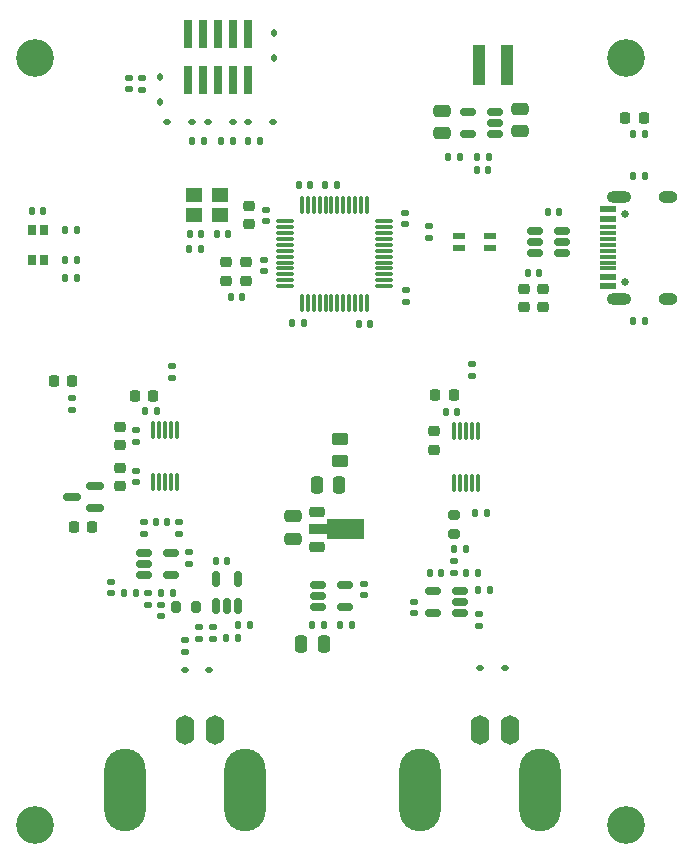
<source format=gts>
%TF.GenerationSoftware,KiCad,Pcbnew,8.0.4+dfsg-1*%
%TF.CreationDate,2024-08-03T22:50:01-04:00*%
%TF.ProjectId,Mixed-Signal_Demo_PCB,4d697865-642d-4536-9967-6e616c5f4465,rev?*%
%TF.SameCoordinates,Original*%
%TF.FileFunction,Soldermask,Top*%
%TF.FilePolarity,Negative*%
%FSLAX46Y46*%
G04 Gerber Fmt 4.6, Leading zero omitted, Abs format (unit mm)*
G04 Created by KiCad (PCBNEW 8.0.4+dfsg-1) date 2024-08-03 22:50:01*
%MOMM*%
%LPD*%
G01*
G04 APERTURE LIST*
G04 Aperture macros list*
%AMRoundRect*
0 Rectangle with rounded corners*
0 $1 Rounding radius*
0 $2 $3 $4 $5 $6 $7 $8 $9 X,Y pos of 4 corners*
0 Add a 4 corners polygon primitive as box body*
4,1,4,$2,$3,$4,$5,$6,$7,$8,$9,$2,$3,0*
0 Add four circle primitives for the rounded corners*
1,1,$1+$1,$2,$3*
1,1,$1+$1,$4,$5*
1,1,$1+$1,$6,$7*
1,1,$1+$1,$8,$9*
0 Add four rect primitives between the rounded corners*
20,1,$1+$1,$2,$3,$4,$5,0*
20,1,$1+$1,$4,$5,$6,$7,0*
20,1,$1+$1,$6,$7,$8,$9,0*
20,1,$1+$1,$8,$9,$2,$3,0*%
%AMFreePoly0*
4,1,9,3.862500,-0.866500,0.737500,-0.866500,0.737500,-0.450000,-0.737500,-0.450000,-0.737500,0.450000,0.737500,0.450000,0.737500,0.866500,3.862500,0.866500,3.862500,-0.866500,3.862500,-0.866500,$1*%
G04 Aperture macros list end*
%ADD10RoundRect,0.075000X0.075000X-0.650000X0.075000X0.650000X-0.075000X0.650000X-0.075000X-0.650000X0*%
%ADD11R,1.050000X0.600000*%
%ADD12RoundRect,0.135000X-0.185000X0.135000X-0.185000X-0.135000X0.185000X-0.135000X0.185000X0.135000X0*%
%ADD13RoundRect,0.140000X-0.140000X-0.170000X0.140000X-0.170000X0.140000X0.170000X-0.140000X0.170000X0*%
%ADD14RoundRect,0.135000X-0.135000X-0.185000X0.135000X-0.185000X0.135000X0.185000X-0.135000X0.185000X0*%
%ADD15RoundRect,0.140000X-0.170000X0.140000X-0.170000X-0.140000X0.170000X-0.140000X0.170000X0.140000X0*%
%ADD16RoundRect,0.135000X0.135000X0.185000X-0.135000X0.185000X-0.135000X-0.185000X0.135000X-0.185000X0*%
%ADD17RoundRect,0.140000X0.140000X0.170000X-0.140000X0.170000X-0.140000X-0.170000X0.140000X-0.170000X0*%
%ADD18RoundRect,0.250000X0.250000X0.475000X-0.250000X0.475000X-0.250000X-0.475000X0.250000X-0.475000X0*%
%ADD19RoundRect,0.225000X0.225000X0.250000X-0.225000X0.250000X-0.225000X-0.250000X0.225000X-0.250000X0*%
%ADD20RoundRect,0.150000X0.512500X0.150000X-0.512500X0.150000X-0.512500X-0.150000X0.512500X-0.150000X0*%
%ADD21RoundRect,0.225000X-0.250000X0.225000X-0.250000X-0.225000X0.250000X-0.225000X0.250000X0.225000X0*%
%ADD22RoundRect,0.112500X-0.187500X-0.112500X0.187500X-0.112500X0.187500X0.112500X-0.187500X0.112500X0*%
%ADD23RoundRect,0.150000X0.587500X0.150000X-0.587500X0.150000X-0.587500X-0.150000X0.587500X-0.150000X0*%
%ADD24RoundRect,0.225000X0.250000X-0.225000X0.250000X0.225000X-0.250000X0.225000X-0.250000X-0.225000X0*%
%ADD25RoundRect,0.112500X0.187500X0.112500X-0.187500X0.112500X-0.187500X-0.112500X0.187500X-0.112500X0*%
%ADD26RoundRect,0.135000X0.185000X-0.135000X0.185000X0.135000X-0.185000X0.135000X-0.185000X-0.135000X0*%
%ADD27RoundRect,0.150000X-0.512500X-0.150000X0.512500X-0.150000X0.512500X0.150000X-0.512500X0.150000X0*%
%ADD28RoundRect,0.140000X0.170000X-0.140000X0.170000X0.140000X-0.170000X0.140000X-0.170000X-0.140000X0*%
%ADD29RoundRect,0.225000X-0.225000X-0.250000X0.225000X-0.250000X0.225000X0.250000X-0.225000X0.250000X0*%
%ADD30RoundRect,0.150000X0.150000X-0.512500X0.150000X0.512500X-0.150000X0.512500X-0.150000X-0.512500X0*%
%ADD31C,3.200000*%
%ADD32RoundRect,0.218750X0.218750X0.256250X-0.218750X0.256250X-0.218750X-0.256250X0.218750X-0.256250X0*%
%ADD33C,0.650000*%
%ADD34R,1.450000X0.600000*%
%ADD35R,1.450000X0.300000*%
%ADD36O,2.100000X1.000000*%
%ADD37O,1.600000X1.000000*%
%ADD38R,0.980000X3.400000*%
%ADD39RoundRect,0.112500X0.112500X-0.187500X0.112500X0.187500X-0.112500X0.187500X-0.112500X-0.187500X0*%
%ADD40RoundRect,0.250000X0.475000X-0.250000X0.475000X0.250000X-0.475000X0.250000X-0.475000X-0.250000X0*%
%ADD41RoundRect,0.200000X0.200000X0.275000X-0.200000X0.275000X-0.200000X-0.275000X0.200000X-0.275000X0*%
%ADD42RoundRect,0.250000X-0.475000X0.250000X-0.475000X-0.250000X0.475000X-0.250000X0.475000X0.250000X0*%
%ADD43O,1.600000X2.500000*%
%ADD44O,3.500000X7.000000*%
%ADD45RoundRect,0.225000X-0.425000X-0.225000X0.425000X-0.225000X0.425000X0.225000X-0.425000X0.225000X0*%
%ADD46FreePoly0,0.000000*%
%ADD47R,0.750000X0.950000*%
%ADD48RoundRect,0.075000X-0.662500X-0.075000X0.662500X-0.075000X0.662500X0.075000X-0.662500X0.075000X0*%
%ADD49RoundRect,0.075000X-0.075000X-0.662500X0.075000X-0.662500X0.075000X0.662500X-0.075000X0.662500X0*%
%ADD50R,1.400000X1.200000*%
%ADD51RoundRect,0.147500X0.147500X0.172500X-0.147500X0.172500X-0.147500X-0.172500X0.147500X-0.172500X0*%
%ADD52RoundRect,0.250000X-0.450000X0.262500X-0.450000X-0.262500X0.450000X-0.262500X0.450000X0.262500X0*%
%ADD53R,0.740000X2.400000*%
%ADD54RoundRect,0.200000X-0.275000X0.200000X-0.275000X-0.200000X0.275000X-0.200000X0.275000X0.200000X0*%
G04 APERTURE END LIST*
D10*
%TO.C,U403*%
X100939466Y-100409466D03*
X101439467Y-100409466D03*
X101939466Y-100409466D03*
X102439465Y-100409466D03*
X102939466Y-100409466D03*
X102939466Y-96009466D03*
X102439465Y-96009466D03*
X101939466Y-96009466D03*
X101439467Y-96009466D03*
X100939466Y-96009466D03*
%TD*%
D11*
%TO.C,FL301*%
X129450000Y-80560000D03*
X129450000Y-79560000D03*
X126800000Y-79560000D03*
X126800000Y-80560000D03*
%TD*%
D12*
%TO.C,R505*%
X127904466Y-90404467D03*
X127904466Y-91424465D03*
%TD*%
D13*
%TO.C,C401*%
X101620000Y-109750000D03*
X102580000Y-109750000D03*
%TD*%
D14*
%TO.C,R203*%
X114364467Y-112454466D03*
X115384465Y-112454466D03*
%TD*%
D15*
%TO.C,C304*%
X122250000Y-77570000D03*
X122250000Y-78530000D03*
%TD*%
D14*
%TO.C,R401*%
X108090001Y-112500000D03*
X109109999Y-112500000D03*
%TD*%
D13*
%TO.C,C305*%
X113270000Y-75200000D03*
X114230000Y-75200000D03*
%TD*%
D16*
%TO.C,R304*%
X142559999Y-74475000D03*
X141540001Y-74475000D03*
%TD*%
D14*
%TO.C,R312*%
X104240001Y-71500000D03*
X105259999Y-71500000D03*
%TD*%
D15*
%TO.C,C410*%
X99489466Y-96004466D03*
X99489466Y-96964466D03*
%TD*%
D17*
%TO.C,C501*%
X125304464Y-108109466D03*
X124344464Y-108109466D03*
%TD*%
D18*
%TO.C,C206*%
X115384465Y-114115534D03*
X113484467Y-114115534D03*
%TD*%
D19*
%TO.C,C412*%
X100939466Y-93059466D03*
X99389466Y-93059466D03*
%TD*%
D14*
%TO.C,R204*%
X128340000Y-72830166D03*
X129360000Y-72830166D03*
%TD*%
D20*
%TO.C,U302*%
X135542500Y-81009999D03*
X135542500Y-80060000D03*
X135542500Y-79110001D03*
X133267500Y-79110001D03*
X133267500Y-80060000D03*
X133267500Y-81009999D03*
%TD*%
D21*
%TO.C,C507*%
X124704466Y-96089466D03*
X124704466Y-97639466D03*
%TD*%
D22*
%TO.C,D305*%
X102140001Y-69900000D03*
X104240001Y-69900000D03*
%TD*%
D13*
%TO.C,C404*%
X107134466Y-113604466D03*
X108094466Y-113604466D03*
%TD*%
D23*
%TO.C,U404*%
X95976966Y-102584466D03*
X95976966Y-100684466D03*
X94101965Y-101634466D03*
%TD*%
D14*
%TO.C,R202*%
X116744466Y-112464466D03*
X117764466Y-112464466D03*
%TD*%
D24*
%TO.C,C301*%
X109024466Y-78579467D03*
X109024466Y-77029467D03*
%TD*%
D12*
%TO.C,R504*%
X128539466Y-111554467D03*
X128539466Y-112574465D03*
%TD*%
D25*
%TO.C,D501*%
X130739466Y-116089466D03*
X128639466Y-116089466D03*
%TD*%
D22*
%TO.C,D304*%
X105550000Y-69900000D03*
X107650000Y-69900000D03*
%TD*%
D26*
%TO.C,R307*%
X122374466Y-85164466D03*
X122374466Y-84144468D03*
%TD*%
D27*
%TO.C,U202*%
X114906966Y-109061966D03*
X114906966Y-110011966D03*
X114906966Y-110961966D03*
X117181966Y-110961966D03*
X117181966Y-109061966D03*
%TD*%
D28*
%TO.C,C302*%
X110524466Y-78284467D03*
X110524466Y-77324467D03*
%TD*%
D13*
%TO.C,C505*%
X126419464Y-106059465D03*
X127379464Y-106059465D03*
%TD*%
D29*
%TO.C,C502*%
X124829466Y-93014466D03*
X126379466Y-93014466D03*
%TD*%
D14*
%TO.C,R503*%
X127440001Y-108109466D03*
X128459999Y-108109466D03*
%TD*%
D16*
%TO.C,R405*%
X99449465Y-109789466D03*
X98429467Y-109789466D03*
%TD*%
D12*
%TO.C,R306*%
X124275000Y-78670001D03*
X124275000Y-79689999D03*
%TD*%
D17*
%TO.C,C411*%
X101219466Y-94409466D03*
X100259466Y-94409466D03*
%TD*%
D30*
%TO.C,U401*%
X106214467Y-110851966D03*
X107164466Y-110851966D03*
X108114465Y-110851966D03*
X108114465Y-108576966D03*
X106214467Y-108576966D03*
%TD*%
D31*
%TO.C,H103*%
X140964466Y-64464466D03*
%TD*%
D19*
%TO.C,C414*%
X95739466Y-104234466D03*
X94189466Y-104234466D03*
%TD*%
D13*
%TO.C,C503*%
X125699466Y-94414466D03*
X126659466Y-94414466D03*
%TD*%
D16*
%TO.C,R313*%
X94500000Y-81550000D03*
X93480002Y-81550000D03*
%TD*%
%TO.C,R301*%
X116519998Y-75200000D03*
X115500000Y-75200000D03*
%TD*%
D26*
%TO.C,R410*%
X102500000Y-91559999D03*
X102500000Y-90540001D03*
%TD*%
D16*
%TO.C,R311*%
X107659999Y-71500000D03*
X106640001Y-71500000D03*
%TD*%
D32*
%TO.C,D201*%
X142487500Y-69600000D03*
X140912500Y-69600000D03*
%TD*%
D16*
%TO.C,R308*%
X94459999Y-79050000D03*
X93440001Y-79050000D03*
%TD*%
D25*
%TO.C,D303*%
X111050000Y-69900000D03*
X108950000Y-69900000D03*
%TD*%
D12*
%TO.C,R409*%
X94100000Y-93280002D03*
X94100000Y-94300000D03*
%TD*%
D33*
%TO.C,J301*%
X140899466Y-83444466D03*
X140899466Y-77664466D03*
D34*
X139454466Y-83804466D03*
X139454466Y-83004466D03*
D35*
X139454466Y-81804466D03*
X139454466Y-80804466D03*
X139454466Y-80304466D03*
X139454466Y-79304466D03*
D34*
X139454466Y-78104466D03*
X139454466Y-77304466D03*
X139454466Y-77304466D03*
X139454466Y-78104466D03*
D35*
X139454466Y-78804466D03*
X139454466Y-79804466D03*
X139454466Y-81304466D03*
X139454466Y-82304466D03*
D34*
X139454466Y-83004466D03*
X139454466Y-83804466D03*
D36*
X140369466Y-84874466D03*
D37*
X144549466Y-84874466D03*
D36*
X140369466Y-76234466D03*
D37*
X144549466Y-76234466D03*
%TD*%
D28*
%TO.C,C306*%
X110315000Y-82530000D03*
X110315000Y-81570000D03*
%TD*%
D13*
%TO.C,C506*%
X128470000Y-109550000D03*
X129430000Y-109550000D03*
%TD*%
D21*
%TO.C,C409*%
X98139466Y-95709466D03*
X98139466Y-97259466D03*
%TD*%
D13*
%TO.C,C408*%
X101170000Y-103750000D03*
X102130000Y-103750000D03*
%TD*%
D14*
%TO.C,R506*%
X128190000Y-103000000D03*
X129210000Y-103000000D03*
%TD*%
D38*
%TO.C,L202*%
X128479998Y-65050000D03*
X130850000Y-65050000D03*
%TD*%
D28*
%TO.C,C416*%
X99514466Y-100389466D03*
X99514466Y-99429466D03*
%TD*%
D26*
%TO.C,R408*%
X103125000Y-104759999D03*
X103125000Y-103740001D03*
%TD*%
D39*
%TO.C,D302*%
X111194466Y-64484466D03*
X111194466Y-62384466D03*
%TD*%
D40*
%TO.C,C205*%
X112751966Y-105174465D03*
X112751966Y-103274467D03*
%TD*%
D12*
%TO.C,R502*%
X126424464Y-107099467D03*
X126424464Y-108119465D03*
%TD*%
D28*
%TO.C,C313*%
X98900000Y-67130000D03*
X98900000Y-66170000D03*
%TD*%
D26*
%TO.C,R402*%
X103664466Y-114764465D03*
X103664466Y-113744467D03*
%TD*%
D24*
%TO.C,C308*%
X107115000Y-83325000D03*
X107115000Y-81775000D03*
%TD*%
D28*
%TO.C,C403*%
X103939466Y-107294466D03*
X103939466Y-106334466D03*
%TD*%
D20*
%TO.C,U203*%
X129864466Y-70929465D03*
X129864466Y-69979466D03*
X129864466Y-69029467D03*
X127589466Y-69029467D03*
X127589466Y-70929465D03*
%TD*%
D18*
%TO.C,C204*%
X116701965Y-100674466D03*
X114801967Y-100674466D03*
%TD*%
D41*
%TO.C,R403*%
X104525000Y-111000000D03*
X102875000Y-111000000D03*
%TD*%
D12*
%TO.C,R314*%
X99950000Y-66140001D03*
X99950000Y-67159999D03*
%TD*%
D25*
%TO.C,D401*%
X105689466Y-116289466D03*
X103589466Y-116289466D03*
%TD*%
D17*
%TO.C,C303*%
X119330000Y-87000000D03*
X118370000Y-87000000D03*
%TD*%
D31*
%TO.C,H102*%
X140964466Y-129464466D03*
%TD*%
D42*
%TO.C,C208*%
X132000000Y-68800001D03*
X132000000Y-70699999D03*
%TD*%
D24*
%TO.C,C307*%
X108815000Y-83325000D03*
X108815000Y-81775000D03*
%TD*%
D17*
%TO.C,C402*%
X107180000Y-107050000D03*
X106220000Y-107050000D03*
%TD*%
D28*
%TO.C,C201*%
X118814466Y-109974466D03*
X118814466Y-109014466D03*
%TD*%
%TO.C,C405*%
X105964466Y-113634466D03*
X105964466Y-112674466D03*
%TD*%
D21*
%TO.C,C203*%
X132325000Y-84000000D03*
X132325000Y-85550000D03*
%TD*%
D43*
%TO.C,J401*%
X103639466Y-121384466D03*
D44*
X108719466Y-126464466D03*
D43*
X106179466Y-121384466D03*
D44*
X98559466Y-126464466D03*
%TD*%
D12*
%TO.C,R407*%
X104789466Y-112644467D03*
X104789466Y-113664465D03*
%TD*%
D15*
%TO.C,C504*%
X123049464Y-110504465D03*
X123049464Y-111464465D03*
%TD*%
D27*
%TO.C,U402*%
X100151966Y-106351967D03*
X100151966Y-107301966D03*
X100151966Y-108251965D03*
X102426966Y-108251965D03*
X102426966Y-106351967D03*
%TD*%
D45*
%TO.C,U201*%
X114789466Y-102899466D03*
D46*
X114876967Y-104399466D03*
D45*
X114789466Y-105899466D03*
%TD*%
D13*
%TO.C,C310*%
X104010000Y-79400000D03*
X104970000Y-79400000D03*
%TD*%
D14*
%TO.C,R206*%
X125907321Y-72830166D03*
X126927321Y-72830166D03*
%TD*%
D19*
%TO.C,C413*%
X94075000Y-91855002D03*
X92525000Y-91855002D03*
%TD*%
D47*
%TO.C,D301*%
X90665001Y-81575000D03*
X90665001Y-79025000D03*
X91715001Y-79025000D03*
X91715001Y-81575000D03*
%TD*%
D13*
%TO.C,C312*%
X90660001Y-77475000D03*
X91620001Y-77475000D03*
%TD*%
D31*
%TO.C,H104*%
X90964466Y-64464466D03*
%TD*%
D15*
%TO.C,C406*%
X101625000Y-110795000D03*
X101625000Y-111755000D03*
%TD*%
D43*
%TO.C,J501*%
X128639466Y-121384466D03*
D44*
X133719466Y-126464466D03*
D43*
X131179466Y-121384466D03*
D44*
X123559466Y-126464466D03*
%TD*%
D14*
%TO.C,R205*%
X141590001Y-70950000D03*
X142609999Y-70950000D03*
%TD*%
D20*
%TO.C,U501*%
X126911964Y-111471965D03*
X126911964Y-110521966D03*
X126911964Y-109571967D03*
X124636964Y-109571967D03*
X124636964Y-111471965D03*
%TD*%
D14*
%TO.C,R302*%
X112690000Y-86950000D03*
X113710000Y-86950000D03*
%TD*%
D42*
%TO.C,C207*%
X125400000Y-68950001D03*
X125400000Y-70849999D03*
%TD*%
D48*
%TO.C,U301*%
X112111966Y-78304467D03*
X112111966Y-78804467D03*
X112111966Y-79304467D03*
X112111966Y-79804467D03*
X112111966Y-80304467D03*
X112111966Y-80804467D03*
X112111966Y-81304467D03*
X112111966Y-81804467D03*
X112111966Y-82304467D03*
X112111966Y-82804467D03*
X112111966Y-83304467D03*
X112111966Y-83804467D03*
D49*
X113524466Y-85216967D03*
X114024466Y-85216967D03*
X114524466Y-85216967D03*
X115024466Y-85216967D03*
X115524466Y-85216967D03*
X116024466Y-85216967D03*
X116524466Y-85216967D03*
X117024466Y-85216967D03*
X117524466Y-85216967D03*
X118024466Y-85216967D03*
X118524466Y-85216967D03*
X119024466Y-85216967D03*
D48*
X120436966Y-83804467D03*
X120436966Y-83304467D03*
X120436966Y-82804467D03*
X120436966Y-82304467D03*
X120436966Y-81804467D03*
X120436966Y-81304467D03*
X120436966Y-80804467D03*
X120436966Y-80304467D03*
X120436966Y-79804467D03*
X120436966Y-79304467D03*
X120436966Y-78804467D03*
X120436966Y-78304467D03*
D49*
X119024466Y-76891967D03*
X118524466Y-76891967D03*
X118024466Y-76891967D03*
X117524466Y-76891967D03*
X117024466Y-76891967D03*
X116524466Y-76891967D03*
X116024466Y-76891967D03*
X115524466Y-76891967D03*
X115024466Y-76891967D03*
X114524466Y-76891967D03*
X114024466Y-76891967D03*
X113524466Y-76891967D03*
%TD*%
D24*
%TO.C,C415*%
X98139466Y-100709466D03*
X98139466Y-99159466D03*
%TD*%
D50*
%TO.C,Y301*%
X106570000Y-76050000D03*
X104370000Y-76050000D03*
X104370000Y-77750000D03*
X106570000Y-77750000D03*
%TD*%
D51*
%TO.C,L201*%
X133635000Y-82700000D03*
X132665000Y-82700000D03*
%TD*%
D52*
%TO.C,R201*%
X116726966Y-96736966D03*
X116726966Y-98561966D03*
%TD*%
D16*
%TO.C,R310*%
X94459999Y-83100000D03*
X93440001Y-83100000D03*
%TD*%
D28*
%TO.C,C407*%
X97400000Y-109780000D03*
X97400000Y-108820000D03*
%TD*%
D17*
%TO.C,C309*%
X107260000Y-79360000D03*
X106300000Y-79360000D03*
%TD*%
%TO.C,C209*%
X129280000Y-73950000D03*
X128320000Y-73950000D03*
%TD*%
D21*
%TO.C,C202*%
X133975000Y-84000000D03*
X133975000Y-85550000D03*
%TD*%
D14*
%TO.C,R305*%
X103960000Y-80650000D03*
X104980000Y-80650000D03*
%TD*%
D26*
%TO.C,R406*%
X100125000Y-104759999D03*
X100125000Y-103740001D03*
%TD*%
D51*
%TO.C,L301*%
X108450000Y-84700000D03*
X107480000Y-84700000D03*
%TD*%
D31*
%TO.C,H101*%
X90964466Y-129464466D03*
%TD*%
D39*
%TO.C,D306*%
X101550000Y-68200000D03*
X101550000Y-66100000D03*
%TD*%
D17*
%TO.C,C311*%
X135330000Y-77525000D03*
X134370000Y-77525000D03*
%TD*%
D16*
%TO.C,R303*%
X142559999Y-86750000D03*
X141540001Y-86750000D03*
%TD*%
D26*
%TO.C,R404*%
X100525000Y-110784999D03*
X100525000Y-109765001D03*
%TD*%
D10*
%TO.C,U502*%
X126404466Y-100489466D03*
X126904467Y-100489466D03*
X127404466Y-100489466D03*
X127904465Y-100489466D03*
X128404466Y-100489466D03*
X128404466Y-96089466D03*
X127904465Y-96089466D03*
X127404466Y-96089466D03*
X126904467Y-96089466D03*
X126404466Y-96089466D03*
%TD*%
D14*
%TO.C,R309*%
X108940001Y-71500000D03*
X109959999Y-71500000D03*
%TD*%
D53*
%TO.C,J302*%
X108934466Y-62484466D03*
X108934466Y-66384466D03*
X107664466Y-62484466D03*
X107664466Y-66384466D03*
X106394466Y-62484466D03*
X106394466Y-66384466D03*
X105124466Y-62484466D03*
X105124466Y-66384466D03*
X103854466Y-62484466D03*
X103854466Y-66384466D03*
%TD*%
D54*
%TO.C,R501*%
X126400000Y-103175000D03*
X126400000Y-104825000D03*
%TD*%
M02*

</source>
